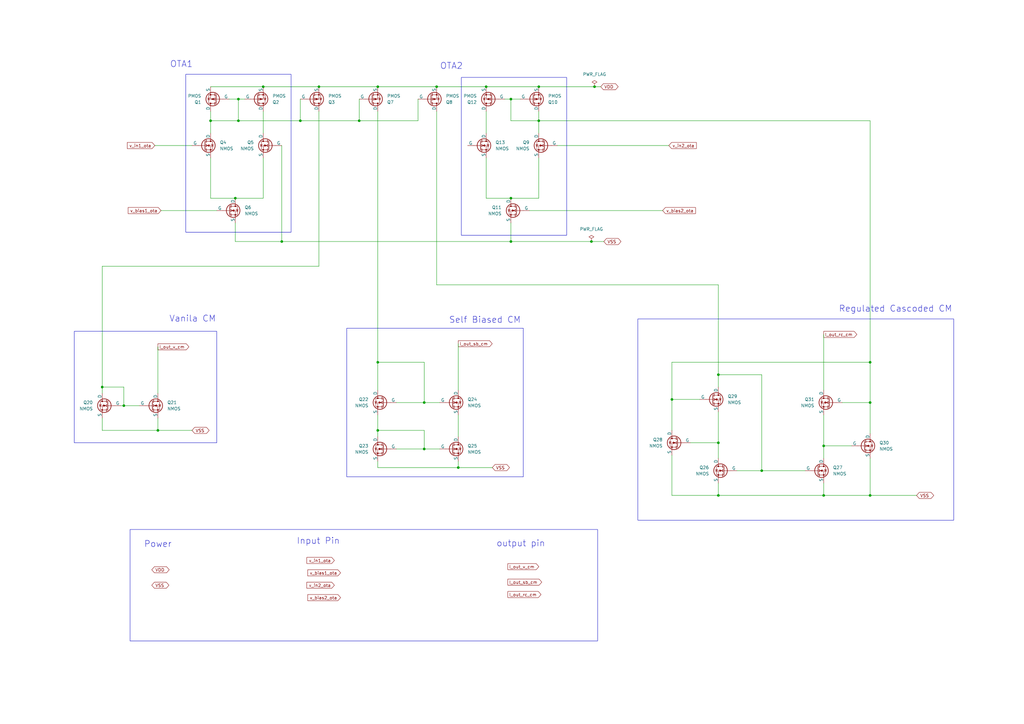
<source format=kicad_sch>
(kicad_sch (version 20250114) (generator "eeschema") (generator_version "9.0")
  (paper "A3")
  (lib_symbols
    (symbol "Simulation_SPICE:NMOS" (pin_numbers (hide yes)) (pin_names (offset 0))
      (property "Reference" "Q" (at 5.08 1.27 0))
      (property "Value" "NMOS" (at 5.08 -1.27 0))
      (symbol "NMOS_0_1"
        (polyline (pts (xy 0.254 1.905) (xy 0.254 -1.905)) (stroke (width 0.254)))
        (polyline (pts (xy 0.254 0) (xy -2.54 0)))
        (polyline (pts (xy 0.762 2.286) (xy 0.762 1.27)) (stroke (width 0.254)))
        (polyline (pts (xy 0.762 0.508) (xy 0.762 -0.508)) (stroke (width 0.254)))
        (polyline (pts (xy 0.762 -1.27) (xy 0.762 -2.286)) (stroke (width 0.254)))
        (polyline (pts (xy 0.762 -1.778) (xy 3.302 -1.778) (xy 3.302 1.778) (xy 0.762 1.778)))
        (polyline (pts (xy 1.016 0) (xy 2.032 0.381) (xy 2.032 -0.381) (xy 1.016 0)) (fill (type outline)))
        (circle (center 1.651 0) (radius 2.794) (stroke (width 0.254)))
        (polyline (pts (xy 2.54 2.54) (xy 2.54 1.778)))
        (circle (center 2.54 1.778) (radius 0.254) (fill (type outline)))
        (circle (center 2.54 -1.778) (radius 0.254) (fill (type outline)))
        (polyline (pts (xy 2.54 -2.54) (xy 2.54 0) (xy 0.762 0)))
        (polyline (pts (xy 2.794 0.508) (xy 2.921 0.381) (xy 3.683 0.381) (xy 3.81 0.254)))
        (polyline (pts (xy 3.302 0.381) (xy 2.921 -0.254) (xy 3.683 -0.254) (xy 3.302 0.381)))
      )
      (symbol "NMOS_1_1"
        (pin input line (at -5.08 0 0) (length 2.54) (name "G") (number "2"))
        (pin passive line (at 2.54 5.08 270) (length 2.54) (name "D") (number "1"))
        (pin passive line (at 2.54 -5.08 90) (length 2.54) (name "S") (number "3"))
      )
    )
    (symbol "Simulation_SPICE:PMOS" (pin_numbers (hide yes)) (pin_names (offset 0))
      (property "Reference" "Q" (at 5.08 1.27 0))
      (property "Value" "PMOS" (at 5.08 -1.27 0))
      (symbol "PMOS_0_1"
        (polyline (pts (xy 0.254 1.905) (xy 0.254 -1.905)) (stroke (width 0.254)))
        (polyline (pts (xy 0.254 0) (xy -2.54 0)))
        (polyline (pts (xy 0.762 2.286) (xy 0.762 1.27)) (stroke (width 0.254)))
        (polyline (pts (xy 0.762 1.778) (xy 3.302 1.778) (xy 3.302 -1.778) (xy 0.762 -1.778)))
        (polyline (pts (xy 0.762 0.508) (xy 0.762 -0.508)) (stroke (width 0.254)))
        (polyline (pts (xy 0.762 -1.27) (xy 0.762 -2.286)) (stroke (width 0.254)))
        (circle (center 1.651 0) (radius 2.794) (stroke (width 0.254)))
        (polyline (pts (xy 2.286 0) (xy 1.27 0.381) (xy 1.27 -0.381) (xy 2.286 0)) (fill (type outline)))
        (polyline (pts (xy 2.54 2.54) (xy 2.54 1.778)))
        (circle (center 2.54 1.778) (radius 0.254) (fill (type outline)))
        (circle (center 2.54 -1.778) (radius 0.254) (fill (type outline)))
        (polyline (pts (xy 2.54 -2.54) (xy 2.54 0) (xy 0.762 0)))
        (polyline (pts (xy 2.794 -0.508) (xy 2.921 -0.381) (xy 3.683 -0.381) (xy 3.81 -0.254)))
        (polyline (pts (xy 3.302 -0.381) (xy 2.921 0.254) (xy 3.683 0.254) (xy 3.302 -0.381)))
      )
      (symbol "PMOS_1_1"
        (pin input line (at -5.08 0 0) (length 2.54) (name "G") (number "2"))
        (pin passive line (at 2.54 5.08 270) (length 2.54) (name "D") (number "1"))
        (pin passive line (at 2.54 -5.08 90) (length 2.54) (name "S") (number "3"))
      )
    )
    (symbol "power:PWR_FLAG" (power) (pin_numbers (hide yes)) (pin_names (offset 0) (hide yes))
      (property "Value" "PWR_FLAG" (at 0 3.81 0))
      (symbol "PWR_FLAG_0_0"
        (pin power_out line (at 0 0 90) (length 0) (name "~") (number "1"))
      )
      (symbol "PWR_FLAG_0_1"
        (polyline (pts (xy 0 0) (xy 0 1.27) (xy -1.016 1.905) (xy 0 2.54) (xy 1.016 1.905) (xy 0 1.27)))
      )
    )
  )
  (rectangle (start 189.23 31.75) (end 232.41 96.52))
  (rectangle (start 142.24 134.62) (end 214.63 195.58))
  (rectangle (start 76.2 30.48) (end 119.38 95.25))
  (rectangle (start 261.62 130.81) (end 391.16 213.36))
  (rectangle (start 53.34 217.17) (end 245.11 262.89))
  (rectangle (start 30.48 135.89) (end 88.9 181.61))
  (text "output pin" (at 213.614 223.012 0) (effects (font (size 2.54 2.54))))
  (text "Vanila CM" (at 78.994 130.81 0) (effects (font (size 2.54 2.54))))
  (text "Self Biased CM" (at 198.882 131.318 0) (effects (font (size 2.54 2.54))))
  (text "Input Pin" (at 130.556 221.996 0) (effects (font (size 2.54 2.54))))
  (text "OTA2" (at 185.166 27.178 0) (effects (font (size 2.54 2.54))))
  (text "Power" (at 64.77 223.266 0) (effects (font (size 2.54 2.54))))
  (text "Regulated Cascoded CM" (at 367.284 126.746 0) (effects (font (size 2.54 2.54))))
  (text "OTA1" (at 74.422 26.416 0) (effects (font (size 2.54 2.54))))
  (junction (at 220.98 35.56))
  (junction (at 294.64 181.61))
  (junction (at 220.98 49.53))
  (junction (at 275.59 163.83))
  (junction (at 130.81 35.56))
  (junction (at 107.95 35.56))
  (junction (at 123.19 49.53))
  (junction (at 356.87 203.2))
  (junction (at 154.94 148.59))
  (junction (at 96.52 81.28))
  (junction (at 173.99 184.15))
  (junction (at 115.57 99.06))
  (junction (at 199.39 35.56))
  (junction (at 154.94 176.53))
  (junction (at 41.91 158.75))
  (junction (at 64.77 176.53))
  (junction (at 312.42 193.04))
  (junction (at 147.32 49.53))
  (junction (at 294.64 203.2))
  (junction (at 97.79 49.53))
  (junction (at 243.84 35.56))
  (junction (at 209.55 99.06))
  (junction (at 337.82 203.2))
  (junction (at 209.55 81.28))
  (junction (at 356.87 148.59))
  (junction (at 50.8 166.37))
  (junction (at 209.55 40.64))
  (junction (at 97.79 40.64))
  (junction (at 356.87 165.1))
  (junction (at 179.07 35.56))
  (junction (at 173.99 165.1))
  (junction (at 86.36 49.53))
  (junction (at 337.82 182.88))
  (junction (at 154.94 35.56))
  (junction (at 242.57 99.06))
  (junction (at 187.96 191.77))
  (junction (at 294.64 153.67))
  (wire (pts (xy 199.39 45.72) (xy 199.39 54.61)))
  (wire (pts (xy 107.95 35.56) (xy 130.81 35.56)))
  (wire (pts (xy 173.99 184.15) (xy 173.99 176.53)))
  (wire (pts (xy 130.81 109.22) (xy 41.91 109.22)))
  (wire (pts (xy 209.55 40.64) (xy 209.55 49.53)))
  (wire (pts (xy 209.55 81.28) (xy 220.98 81.28)))
  (wire (pts (xy 356.87 148.59) (xy 356.87 49.53)))
  (wire (pts (xy 173.99 165.1) (xy 180.34 165.1)))
  (wire (pts (xy 115.57 99.06) (xy 209.55 99.06)))
  (wire (pts (xy 220.98 35.56) (xy 243.84 35.56)))
  (wire (pts (xy 63.5 59.69) (xy 78.74 59.69)))
  (wire (pts (xy 312.42 153.67) (xy 294.64 153.67)))
  (wire (pts (xy 115.57 59.69) (xy 115.57 99.06)))
  (wire (pts (xy 97.79 40.64) (xy 100.33 40.64)))
  (wire (pts (xy 86.36 64.77) (xy 86.36 81.28)))
  (wire (pts (xy 275.59 163.83) (xy 287.02 163.83)))
  (wire (pts (xy 199.39 81.28) (xy 209.55 81.28)))
  (wire (pts (xy 107.95 45.72) (xy 107.95 54.61)))
  (wire (pts (xy 199.39 64.77) (xy 199.39 81.28)))
  (wire (pts (xy 275.59 148.59) (xy 275.59 163.83)))
  (wire (pts (xy 64.77 171.45) (xy 64.77 176.53)))
  (wire (pts (xy 93.98 40.64) (xy 97.79 40.64)))
  (wire (pts (xy 356.87 203.2) (xy 375.92 203.2)))
  (wire (pts (xy 86.36 35.56) (xy 107.95 35.56)))
  (wire (pts (xy 162.56 165.1) (xy 173.99 165.1)))
  (wire (pts (xy 209.55 91.44) (xy 209.55 99.06)))
  (wire (pts (xy 154.94 148.59) (xy 154.94 160.02)))
  (wire (pts (xy 356.87 165.1) (xy 345.44 165.1)))
  (wire (pts (xy 283.21 181.61) (xy 294.64 181.61)))
  (wire (pts (xy 50.8 158.75) (xy 41.91 158.75)))
  (wire (pts (xy 107.95 81.28) (xy 96.52 81.28)))
  (wire (pts (xy 356.87 148.59) (xy 356.87 165.1)))
  (wire (pts (xy 130.81 45.72) (xy 130.81 109.22)))
  (wire (pts (xy 96.52 99.06) (xy 115.57 99.06)))
  (wire (pts (xy 337.82 203.2) (xy 356.87 203.2)))
  (wire (pts (xy 147.32 49.53) (xy 123.19 49.53)))
  (wire (pts (xy 337.82 198.12) (xy 337.82 203.2)))
  (wire (pts (xy 41.91 176.53) (xy 64.77 176.53)))
  (wire (pts (xy 97.79 40.64) (xy 97.79 49.53)))
  (wire (pts (xy 243.84 35.56) (xy 246.38 35.56)))
  (wire (pts (xy 41.91 109.22) (xy 41.91 158.75)))
  (wire (pts (xy 356.87 187.96) (xy 356.87 203.2)))
  (wire (pts (xy 49.53 166.37) (xy 50.8 166.37)))
  (wire (pts (xy 209.55 99.06) (xy 242.57 99.06)))
  (wire (pts (xy 337.82 182.88) (xy 337.82 187.96)))
  (wire (pts (xy 64.77 142.24) (xy 64.77 161.29)))
  (wire (pts (xy 275.59 186.69) (xy 275.59 203.2)))
  (wire (pts (xy 187.96 191.77) (xy 201.93 191.77)))
  (wire (pts (xy 187.96 170.18) (xy 187.96 179.07)))
  (wire (pts (xy 86.36 49.53) (xy 86.36 54.61)))
  (wire (pts (xy 337.82 137.16) (xy 337.82 160.02)))
  (wire (pts (xy 173.99 165.1) (xy 173.99 148.59)))
  (wire (pts (xy 275.59 163.83) (xy 275.59 176.53)))
  (wire (pts (xy 209.55 49.53) (xy 220.98 49.53)))
  (wire (pts (xy 199.39 35.56) (xy 220.98 35.56)))
  (wire (pts (xy 154.94 191.77) (xy 154.94 189.23)))
  (wire (pts (xy 96.52 99.06) (xy 96.52 91.44)))
  (wire (pts (xy 173.99 148.59) (xy 154.94 148.59)))
  (wire (pts (xy 123.19 40.64) (xy 123.19 49.53)))
  (wire (pts (xy 312.42 193.04) (xy 330.2 193.04)))
  (wire (pts (xy 294.64 116.84) (xy 294.64 153.67)))
  (wire (pts (xy 242.57 99.06) (xy 247.65 99.06)))
  (wire (pts (xy 154.94 170.18) (xy 154.94 176.53)))
  (wire (pts (xy 179.07 45.72) (xy 179.07 116.84)))
  (wire (pts (xy 187.96 140.97) (xy 187.96 160.02)))
  (wire (pts (xy 50.8 166.37) (xy 50.8 158.75)))
  (wire (pts (xy 294.64 198.12) (xy 294.64 203.2)))
  (wire (pts (xy 294.64 168.91) (xy 294.64 181.61)))
  (wire (pts (xy 294.64 153.67) (xy 294.64 158.75)))
  (wire (pts (xy 294.64 203.2) (xy 337.82 203.2)))
  (wire (pts (xy 171.45 49.53) (xy 147.32 49.53)))
  (wire (pts (xy 154.94 35.56) (xy 179.07 35.56)))
  (wire (pts (xy 302.26 193.04) (xy 312.42 193.04)))
  (wire (pts (xy 220.98 49.53) (xy 356.87 49.53)))
  (wire (pts (xy 275.59 203.2) (xy 294.64 203.2)))
  (wire (pts (xy 209.55 40.64) (xy 207.01 40.64)))
  (wire (pts (xy 154.94 176.53) (xy 154.94 179.07)))
  (wire (pts (xy 179.07 35.56) (xy 199.39 35.56)))
  (wire (pts (xy 220.98 45.72) (xy 220.98 49.53)))
  (wire (pts (xy 294.64 181.61) (xy 294.64 187.96)))
  (wire (pts (xy 220.98 49.53) (xy 220.98 54.61)))
  (wire (pts (xy 173.99 176.53) (xy 154.94 176.53)))
  (wire (pts (xy 130.81 35.56) (xy 154.94 35.56)))
  (wire (pts (xy 275.59 148.59) (xy 356.87 148.59)))
  (wire (pts (xy 162.56 184.15) (xy 173.99 184.15)))
  (wire (pts (xy 171.45 40.64) (xy 171.45 49.53)))
  (wire (pts (xy 173.99 184.15) (xy 180.34 184.15)))
  (wire (pts (xy 337.82 170.18) (xy 337.82 182.88)))
  (wire (pts (xy 97.79 49.53) (xy 86.36 49.53)))
  (wire (pts (xy 66.04 86.36) (xy 88.9 86.36)))
  (wire (pts (xy 356.87 165.1) (xy 356.87 177.8)))
  (wire (pts (xy 228.6 59.69) (xy 274.32 59.69)))
  (wire (pts (xy 312.42 153.67) (xy 312.42 193.04)))
  (wire (pts (xy 107.95 64.77) (xy 107.95 81.28)))
  (wire (pts (xy 187.96 189.23) (xy 187.96 191.77)))
  (wire (pts (xy 220.98 64.77) (xy 220.98 81.28)))
  (wire (pts (xy 41.91 171.45) (xy 41.91 176.53)))
  (wire (pts (xy 213.36 40.64) (xy 209.55 40.64)))
  (wire (pts (xy 97.79 49.53) (xy 123.19 49.53)))
  (wire (pts (xy 50.8 166.37) (xy 57.15 166.37)))
  (wire (pts (xy 154.94 45.72) (xy 154.94 148.59)))
  (wire (pts (xy 86.36 45.72) (xy 86.36 49.53)))
  (wire (pts (xy 154.94 191.77) (xy 187.96 191.77)))
  (wire (pts (xy 86.36 81.28) (xy 96.52 81.28)))
  (wire (pts (xy 179.07 116.84) (xy 294.64 116.84)))
  (wire (pts (xy 64.77 176.53) (xy 78.74 176.53)))
  (wire (pts (xy 217.17 86.36) (xy 271.78 86.36)))
  (wire (pts (xy 349.25 182.88) (xy 337.82 182.88)))
  (wire (pts (xy 41.91 158.75) (xy 41.91 161.29)))
  (wire (pts (xy 147.32 40.64) (xy 147.32 49.53)))
  (global_label "VDD" (shape bidirectional) (at 62.23 233.68 0) (property "Intersheetrefs" "${INTERSHEET_REFS}" (effects (hide yes))))
  (global_label "I_out_rc_cm" (shape output) (at 208.28 243.84 0) (property "Intersheetrefs" "${INTERSHEET_REFS}" (effects (hide yes))))
  (global_label "v_bias1_ota" (shape input) (at 66.04 86.36 180) (property "Intersheetrefs" "${INTERSHEET_REFS}" (effects (hide yes))))
  (global_label "I_out_v_cm" (shape output) (at 208.28 232.41 0) (property "Intersheetrefs" "${INTERSHEET_REFS}" (effects (hide yes))))
  (global_label "I_out_sb_cm" (shape output) (at 208.28 238.76 0) (property "Intersheetrefs" "${INTERSHEET_REFS}" (effects (hide yes))))
  (global_label "v_in1_ota" (shape input) (at 63.5 59.69 180) (property "Intersheetrefs" "${INTERSHEET_REFS}" (effects (hide yes))))
  (global_label "I_out_rc_cm" (shape output) (at 337.82 137.16 0) (property "Intersheetrefs" "${INTERSHEET_REFS}" (effects (hide yes))))
  (global_label "VSS" (shape bidirectional) (at 62.23 240.03 0) (property "Intersheetrefs" "${INTERSHEET_REFS}" (effects (hide yes))))
  (global_label "VSS" (shape bidirectional) (at 375.92 203.2 0) (property "Intersheetrefs" "${INTERSHEET_REFS}" (effects (hide yes))))
  (global_label "v_bias2_ota" (shape input) (at 139.7 245.11 180) (property "Intersheetrefs" "${INTERSHEET_REFS}" (effects (hide yes))))
  (global_label "VSS" (shape bidirectional) (at 78.74 176.53 0) (property "Intersheetrefs" "${INTERSHEET_REFS}" (effects (hide yes))))
  (global_label "v_bias1_ota" (shape input) (at 139.7 234.95 180) (property "Intersheetrefs" "${INTERSHEET_REFS}" (effects (hide yes))))
  (global_label "VSS" (shape bidirectional) (at 247.65 99.06 0) (property "Intersheetrefs" "${INTERSHEET_REFS}" (effects (hide yes))))
  (global_label "v_in1_ota" (shape input) (at 137.16 229.87 180) (property "Intersheetrefs" "${INTERSHEET_REFS}" (effects (hide yes))))
  (global_label "I_out_sb_cm" (shape output) (at 187.96 140.97 0) (property "Intersheetrefs" "${INTERSHEET_REFS}" (effects (hide yes))))
  (global_label "v_in2_ota" (shape input) (at 137.16 240.03 180) (property "Intersheetrefs" "${INTERSHEET_REFS}" (effects (hide yes))))
  (global_label "v_in2_ota" (shape input) (at 274.32 59.69 0) (property "Intersheetrefs" "${INTERSHEET_REFS}" (effects (hide yes))))
  (global_label "I_out_v_cm" (shape output) (at 64.77 142.24 0) (property "Intersheetrefs" "${INTERSHEET_REFS}" (effects (hide yes))))
  (global_label "v_bias2_ota" (shape input) (at 271.78 86.36 0) (property "Intersheetrefs" "${INTERSHEET_REFS}" (effects (hide yes))))
  (global_label "VSS" (shape bidirectional) (at 201.93 191.77 0) (property "Intersheetrefs" "${INTERSHEET_REFS}" (effects (hide yes))))
  (global_label "VDD" (shape bidirectional) (at 246.38 35.56 0) (property "Intersheetrefs" "${INTERSHEET_REFS}" (effects (hide yes))))
  (symbol (lib_id "Simulation_SPICE:PMOS") (at 105.41 40.64 0) (mirror x) (unit 1)
    (property "Reference" "Q2" (at 111.76 41.9101 0) (effects (justify left)))
    (property "Value" "PMOS" (at 111.76 39.3701 0) (effects (justify left)))
    (property "Datasheet" "https://ngspice.sourceforge.io/docs/ngspice-html-manual/manual.xhtml#cha_MOSFETs" (effects (hide yes)))
    (property "Description" "P-MOSFET transistor, drain/source/gate" (effects (hide yes)))
    (property "Sim.Device" "PMOS" (effects (hide yes)))
    (property "Sim.Type" "VDMOS" (effects (hide yes)))
    (property "Sim.Pins" "1=D 2=G 3=S" (effects (hide yes)))
  )
  (symbol (lib_id "Simulation_SPICE:NMOS") (at 292.1 163.83 0) (unit 1)
    (property "Reference" "Q29" (at 298.45 162.5599 0) (effects (justify left)))
    (property "Value" "NMOS" (at 298.45 165.0999 0) (effects (justify left)))
    (property "Datasheet" "https://ngspice.sourceforge.io/docs/ngspice-html-manual/manual.xhtml#cha_MOSFETs" (effects (hide yes)))
    (property "Description" "N-MOSFET transistor, drain/source/gate" (effects (hide yes)))
    (property "Sim.Device" "NMOS" (effects (hide yes)))
    (property "Sim.Type" "VDMOS" (effects (hide yes)))
    (property "Sim.Pins" "1=D 2=G 3=S" (effects (hide yes)))
  )
  (symbol (lib_id "Simulation_SPICE:PMOS") (at 128.27 40.64 0) (mirror x) (unit 1)
    (property "Reference" "Q3" (at 134.62 41.9101 0) (effects (justify left)))
    (property "Value" "PMOS" (at 134.62 39.3701 0) (effects (justify left)))
    (property "Datasheet" "https://ngspice.sourceforge.io/docs/ngspice-html-manual/manual.xhtml#cha_MOSFETs" (effects (hide yes)))
    (property "Description" "P-MOSFET transistor, drain/source/gate" (effects (hide yes)))
    (property "Sim.Device" "PMOS" (effects (hide yes)))
    (property "Sim.Type" "VDMOS" (effects (hide yes)))
    (property "Sim.Pins" "1=D 2=G 3=S" (effects (hide yes)))
  )
  (symbol (lib_id "Simulation_SPICE:NMOS") (at 157.48 184.15 0) (mirror y) (unit 1)
    (property "Reference" "Q23" (at 151.13 182.8799 0) (effects (justify left)))
    (property "Value" "NMOS" (at 151.13 185.4199 0) (effects (justify left)))
    (property "Datasheet" "https://ngspice.sourceforge.io/docs/ngspice-html-manual/manual.xhtml#cha_MOSFETs" (effects (hide yes)))
    (property "Description" "N-MOSFET transistor, drain/source/gate" (effects (hide yes)))
    (property "Sim.Device" "NMOS" (effects (hide yes)))
    (property "Sim.Type" "VDMOS" (effects (hide yes)))
    (property "Sim.Pins" "1=D 2=G 3=S" (effects (hide yes)))
  )
  (symbol (lib_id "Simulation_SPICE:PMOS") (at 88.9 40.64 180) (unit 1)
    (property "Reference" "Q1" (at 82.55 41.9101 0) (effects (justify left)))
    (property "Value" "PMOS" (at 82.55 39.3701 0) (effects (justify left)))
    (property "Datasheet" "https://ngspice.sourceforge.io/docs/ngspice-html-manual/manual.xhtml#cha_MOSFETs" (effects (hide yes)))
    (property "Description" "P-MOSFET transistor, drain/source/gate" (effects (hide yes)))
    (property "Sim.Device" "PMOS" (effects (hide yes)))
    (property "Sim.Type" "VDMOS" (effects (hide yes)))
    (property "Sim.Pins" "1=D 2=G 3=S" (effects (hide yes)))
  )
  (symbol (lib_id "Simulation_SPICE:NMOS") (at 196.85 59.69 0) (unit 1)
    (property "Reference" "Q13" (at 203.2 58.4199 0) (effects (justify left)))
    (property "Value" "NMOS" (at 203.2 60.9599 0) (effects (justify left)))
    (property "Datasheet" "https://ngspice.sourceforge.io/docs/ngspice-html-manual/manual.xhtml#cha_MOSFETs" (effects (hide yes)))
    (property "Description" "N-MOSFET transistor, drain/source/gate" (effects (hide yes)))
    (property "Sim.Device" "NMOS" (effects (hide yes)))
    (property "Sim.Type" "VDMOS" (effects (hide yes)))
    (property "Sim.Pins" "1=D 2=G 3=S" (effects (hide yes)))
  )
  (symbol (lib_id "Simulation_SPICE:PMOS") (at 176.53 40.64 0) (mirror x) (unit 1)
    (property "Reference" "Q8" (at 182.88 41.9101 0) (effects (justify left)))
    (property "Value" "PMOS" (at 182.88 39.3701 0) (effects (justify left)))
    (property "Datasheet" "https://ngspice.sourceforge.io/docs/ngspice-html-manual/manual.xhtml#cha_MOSFETs" (effects (hide yes)))
    (property "Description" "P-MOSFET transistor, drain/source/gate" (effects (hide yes)))
    (property "Sim.Device" "PMOS" (effects (hide yes)))
    (property "Sim.Type" "VDMOS" (effects (hide yes)))
    (property "Sim.Pins" "1=D 2=G 3=S" (effects (hide yes)))
  )
  (symbol (lib_id "Simulation_SPICE:NMOS") (at 93.98 86.36 0) (unit 1)
    (property "Reference" "Q6" (at 100.33 85.0899 0) (effects (justify left)))
    (property "Value" "NMOS" (at 100.33 87.6299 0) (effects (justify left)))
    (property "Datasheet" "https://ngspice.sourceforge.io/docs/ngspice-html-manual/manual.xhtml#cha_MOSFETs" (effects (hide yes)))
    (property "Description" "N-MOSFET transistor, drain/source/gate" (effects (hide yes)))
    (property "Sim.Device" "NMOS" (effects (hide yes)))
    (property "Sim.Type" "VDMOS" (effects (hide yes)))
    (property "Sim.Pins" "1=D 2=G 3=S" (effects (hide yes)))
  )
  (symbol (lib_id "Simulation_SPICE:NMOS") (at 335.28 193.04 0) (unit 1)
    (property "Reference" "Q27" (at 341.63 191.7699 0) (effects (justify left)))
    (property "Value" "NMOS" (at 341.63 194.3099 0) (effects (justify left)))
    (property "Datasheet" "https://ngspice.sourceforge.io/docs/ngspice-html-manual/manual.xhtml#cha_MOSFETs" (effects (hide yes)))
    (property "Description" "N-MOSFET transistor, drain/source/gate" (effects (hide yes)))
    (property "Sim.Device" "NMOS" (effects (hide yes)))
    (property "Sim.Type" "VDMOS" (effects (hide yes)))
    (property "Sim.Pins" "1=D 2=G 3=S" (effects (hide yes)))
  )
  (symbol (lib_id "Simulation_SPICE:NMOS") (at 223.52 59.69 0) (mirror y) (unit 1)
    (property "Reference" "Q9" (at 217.17 58.4199 0) (effects (justify left)))
    (property "Value" "NMOS" (at 217.17 60.9599 0) (effects (justify left)))
    (property "Datasheet" "https://ngspice.sourceforge.io/docs/ngspice-html-manual/manual.xhtml#cha_MOSFETs" (effects (hide yes)))
    (property "Description" "N-MOSFET transistor, drain/source/gate" (effects (hide yes)))
    (property "Sim.Device" "NMOS" (effects (hide yes)))
    (property "Sim.Type" "VDMOS" (effects (hide yes)))
    (property "Sim.Pins" "1=D 2=G 3=S" (effects (hide yes)))
  )
  (symbol (lib_id "Simulation_SPICE:NMOS") (at 62.23 166.37 0) (unit 1)
    (property "Reference" "Q21" (at 68.58 165.0999 0) (effects (justify left)))
    (property "Value" "NMOS" (at 68.58 167.6399 0) (effects (justify left)))
    (property "Datasheet" "https://ngspice.sourceforge.io/docs/ngspice-html-manual/manual.xhtml#cha_MOSFETs" (effects (hide yes)))
    (property "Description" "N-MOSFET transistor, drain/source/gate" (effects (hide yes)))
    (property "Sim.Device" "NMOS" (effects (hide yes)))
    (property "Sim.Type" "VDMOS" (effects (hide yes)))
    (property "Sim.Pins" "1=D 2=G 3=S" (effects (hide yes)))
  )
  (symbol (lib_id "Simulation_SPICE:NMOS") (at 212.09 86.36 0) (mirror y) (unit 1)
    (property "Reference" "Q11" (at 205.74 85.0899 0) (effects (justify left)))
    (property "Value" "NMOS" (at 205.74 87.6299 0) (effects (justify left)))
    (property "Datasheet" "https://ngspice.sourceforge.io/docs/ngspice-html-manual/manual.xhtml#cha_MOSFETs" (effects (hide yes)))
    (property "Description" "N-MOSFET transistor, drain/source/gate" (effects (hide yes)))
    (property "Sim.Device" "NMOS" (effects (hide yes)))
    (property "Sim.Type" "VDMOS" (effects (hide yes)))
    (property "Sim.Pins" "1=D 2=G 3=S" (effects (hide yes)))
  )
  (symbol (lib_id "Simulation_SPICE:NMOS") (at 157.48 165.1 0) (mirror y) (unit 1)
    (property "Reference" "Q22" (at 151.13 163.8299 0) (effects (justify left)))
    (property "Value" "NMOS" (at 151.13 166.3699 0) (effects (justify left)))
    (property "Datasheet" "https://ngspice.sourceforge.io/docs/ngspice-html-manual/manual.xhtml#cha_MOSFETs" (effects (hide yes)))
    (property "Description" "N-MOSFET transistor, drain/source/gate" (effects (hide yes)))
    (property "Sim.Device" "NMOS" (effects (hide yes)))
    (property "Sim.Type" "VDMOS" (effects (hide yes)))
    (property "Sim.Pins" "1=D 2=G 3=S" (effects (hide yes)))
  )
  (symbol (lib_id "Simulation_SPICE:NMOS") (at 44.45 166.37 0) (mirror y) (unit 1)
    (property "Reference" "Q20" (at 38.1 165.0999 0) (effects (justify left)))
    (property "Value" "NMOS" (at 38.1 167.6399 0) (effects (justify left)))
    (property "Datasheet" "https://ngspice.sourceforge.io/docs/ngspice-html-manual/manual.xhtml#cha_MOSFETs" (effects (hide yes)))
    (property "Description" "N-MOSFET transistor, drain/source/gate" (effects (hide yes)))
    (property "Sim.Device" "NMOS" (effects (hide yes)))
    (property "Sim.Type" "VDMOS" (effects (hide yes)))
    (property "Sim.Pins" "1=D 2=G 3=S" (effects (hide yes)))
  )
  (symbol (lib_id "Simulation_SPICE:PMOS") (at 218.44 40.64 0) (mirror x) (unit 1)
    (property "Reference" "Q10" (at 224.79 41.9101 0) (effects (justify left)))
    (property "Value" "PMOS" (at 224.79 39.3701 0) (effects (justify left)))
    (property "Datasheet" "https://ngspice.sourceforge.io/docs/ngspice-html-manual/manual.xhtml#cha_MOSFETs" (effects (hide yes)))
    (property "Description" "P-MOSFET transistor, drain/source/gate" (effects (hide yes)))
    (property "Sim.Device" "PMOS" (effects (hide yes)))
    (property "Sim.Type" "VDMOS" (effects (hide yes)))
    (property "Sim.Pins" "1=D 2=G 3=S" (effects (hide yes)))
  )
  (symbol (lib_id "power:PWR_FLAG") (at 242.57 99.06 0) (unit 1)
    (property "Reference" "#FLG02" (effects (hide yes)))
    (property "Value" "PWR_FLAG" (at 242.57 93.98 0))
    (property "Description" "Special symbol for telling ERC where power comes from" (effects (hide yes)))
  )
  (symbol (lib_id "Simulation_SPICE:NMOS") (at 340.36 165.1 0) (mirror y) (unit 1)
    (property "Reference" "Q31" (at 334.01 163.8299 0) (effects (justify left)))
    (property "Value" "NMOS" (at 334.01 166.3699 0) (effects (justify left)))
    (property "Datasheet" "https://ngspice.sourceforge.io/docs/ngspice-html-manual/manual.xhtml#cha_MOSFETs" (effects (hide yes)))
    (property "Description" "N-MOSFET transistor, drain/source/gate" (effects (hide yes)))
    (property "Sim.Device" "NMOS" (effects (hide yes)))
    (property "Sim.Type" "VDMOS" (effects (hide yes)))
    (property "Sim.Pins" "1=D 2=G 3=S" (effects (hide yes)))
  )
  (symbol (lib_id "Simulation_SPICE:NMOS") (at 110.49 59.69 0) (mirror y) (unit 1)
    (property "Reference" "Q5" (at 104.14 58.4199 0) (effects (justify left)))
    (property "Value" "NMOS" (at 104.14 60.9599 0) (effects (justify left)))
    (property "Datasheet" "https://ngspice.sourceforge.io/docs/ngspice-html-manual/manual.xhtml#cha_MOSFETs" (effects (hide yes)))
    (property "Description" "N-MOSFET transistor, drain/source/gate" (effects (hide yes)))
    (property "Sim.Device" "NMOS" (effects (hide yes)))
    (property "Sim.Type" "VDMOS" (effects (hide yes)))
    (property "Sim.Pins" "1=D 2=G 3=S" (effects (hide yes)))
  )
  (symbol (lib_id "power:PWR_FLAG") (at 243.84 35.56 0) (unit 1)
    (property "Reference" "#FLG01" (effects (hide yes)))
    (property "Value" "PWR_FLAG" (at 243.84 30.48 0))
    (property "Description" "Special symbol for telling ERC where power comes from" (effects (hide yes)))
  )
  (symbol (lib_id "Simulation_SPICE:PMOS") (at 201.93 40.64 180) (unit 1)
    (property "Reference" "Q12" (at 195.58 41.9101 0) (effects (justify left)))
    (property "Value" "PMOS" (at 195.58 39.3701 0) (effects (justify left)))
    (property "Datasheet" "https://ngspice.sourceforge.io/docs/ngspice-html-manual/manual.xhtml#cha_MOSFETs" (effects (hide yes)))
    (property "Description" "P-MOSFET transistor, drain/source/gate" (effects (hide yes)))
    (property "Sim.Device" "PMOS" (effects (hide yes)))
    (property "Sim.Type" "VDMOS" (effects (hide yes)))
    (property "Sim.Pins" "1=D 2=G 3=S" (effects (hide yes)))
  )
  (symbol (lib_id "Simulation_SPICE:PMOS") (at 152.4 40.64 0) (mirror x) (unit 1)
    (property "Reference" "Q7" (at 158.75 41.9101 0) (effects (justify left)))
    (property "Value" "PMOS" (at 158.75 39.3701 0) (effects (justify left)))
    (property "Datasheet" "https://ngspice.sourceforge.io/docs/ngspice-html-manual/manual.xhtml#cha_MOSFETs" (effects (hide yes)))
    (property "Description" "P-MOSFET transistor, drain/source/gate" (effects (hide yes)))
    (property "Sim.Device" "PMOS" (effects (hide yes)))
    (property "Sim.Type" "VDMOS" (effects (hide yes)))
    (property "Sim.Pins" "1=D 2=G 3=S" (effects (hide yes)))
  )
  (symbol (lib_id "Simulation_SPICE:NMOS") (at 278.13 181.61 0) (mirror y) (unit 1)
    (property "Reference" "Q28" (at 271.78 180.3399 0) (effects (justify left)))
    (property "Value" "NMOS" (at 271.78 182.8799 0) (effects (justify left)))
    (property "Datasheet" "https://ngspice.sourceforge.io/docs/ngspice-html-manual/manual.xhtml#cha_MOSFETs" (effects (hide yes)))
    (property "Description" "N-MOSFET transistor, drain/source/gate" (effects (hide yes)))
    (property "Sim.Device" "NMOS" (effects (hide yes)))
    (property "Sim.Type" "VDMOS" (effects (hide yes)))
    (property "Sim.Pins" "1=D 2=G 3=S" (effects (hide yes)))
  )
  (symbol (lib_id "Simulation_SPICE:NMOS") (at 354.33 182.88 0) (unit 1)
    (property "Reference" "Q30" (at 360.68 181.6099 0) (effects (justify left)))
    (property "Value" "NMOS" (at 360.68 184.1499 0) (effects (justify left)))
    (property "Datasheet" "https://ngspice.sourceforge.io/docs/ngspice-html-manual/manual.xhtml#cha_MOSFETs" (effects (hide yes)))
    (property "Description" "N-MOSFET transistor, drain/source/gate" (effects (hide yes)))
    (property "Sim.Device" "NMOS" (effects (hide yes)))
    (property "Sim.Type" "VDMOS" (effects (hide yes)))
    (property "Sim.Pins" "1=D 2=G 3=S" (effects (hide yes)))
  )
  (symbol (lib_id "Simulation_SPICE:NMOS") (at 83.82 59.69 0) (unit 1)
    (property "Reference" "Q4" (at 90.17 58.4199 0) (effects (justify left)))
    (property "Value" "NMOS" (at 90.17 60.9599 0) (effects (justify left)))
    (property "Datasheet" "https://ngspice.sourceforge.io/docs/ngspice-html-manual/manual.xhtml#cha_MOSFETs" (effects (hide yes)))
    (property "Description" "N-MOSFET transistor, drain/source/gate" (effects (hide yes)))
    (property "Sim.Device" "NMOS" (effects (hide yes)))
    (property "Sim.Type" "VDMOS" (effects (hide yes)))
    (property "Sim.Pins" "1=D 2=G 3=S" (effects (hide yes)))
  )
  (symbol (lib_id "Simulation_SPICE:NMOS") (at 185.42 165.1 0) (unit 1)
    (property "Reference" "Q24" (at 191.77 163.8299 0) (effects (justify left)))
    (property "Value" "NMOS" (at 191.77 166.3699 0) (effects (justify left)))
    (property "Datasheet" "https://ngspice.sourceforge.io/docs/ngspice-html-manual/manual.xhtml#cha_MOSFETs" (effects (hide yes)))
    (property "Description" "N-MOSFET transistor, drain/source/gate" (effects (hide yes)))
    (property "Sim.Device" "NMOS" (effects (hide yes)))
    (property "Sim.Type" "VDMOS" (effects (hide yes)))
    (property "Sim.Pins" "1=D 2=G 3=S" (effects (hide yes)))
  )
  (symbol (lib_id "Simulation_SPICE:NMOS") (at 297.18 193.04 0) (mirror y) (unit 1)
    (property "Reference" "Q26" (at 290.83 191.7699 0) (effects (justify left)))
    (property "Value" "NMOS" (at 290.83 194.3099 0) (effects (justify left)))
    (property "Datasheet" "https://ngspice.sourceforge.io/docs/ngspice-html-manual/manual.xhtml#cha_MOSFETs" (effects (hide yes)))
    (property "Description" "N-MOSFET transistor, drain/source/gate" (effects (hide yes)))
    (property "Sim.Device" "NMOS" (effects (hide yes)))
    (property "Sim.Type" "VDMOS" (effects (hide yes)))
    (property "Sim.Pins" "1=D 2=G 3=S" (effects (hide yes)))
  )
  (symbol (lib_id "Simulation_SPICE:NMOS") (at 185.42 184.15 0) (unit 1)
    (property "Reference" "Q25" (at 191.77 182.8799 0) (effects (justify left)))
    (property "Value" "NMOS" (at 191.77 185.4199 0) (effects (justify left)))
    (property "Datasheet" "https://ngspice.sourceforge.io/docs/ngspice-html-manual/manual.xhtml#cha_MOSFETs" (effects (hide yes)))
    (property "Description" "N-MOSFET transistor, drain/source/gate" (effects (hide yes)))
    (property "Sim.Device" "NMOS" (effects (hide yes)))
    (property "Sim.Type" "VDMOS" (effects (hide yes)))
    (property "Sim.Pins" "1=D 2=G 3=S" (effects (hide yes)))
  )
)
</source>
